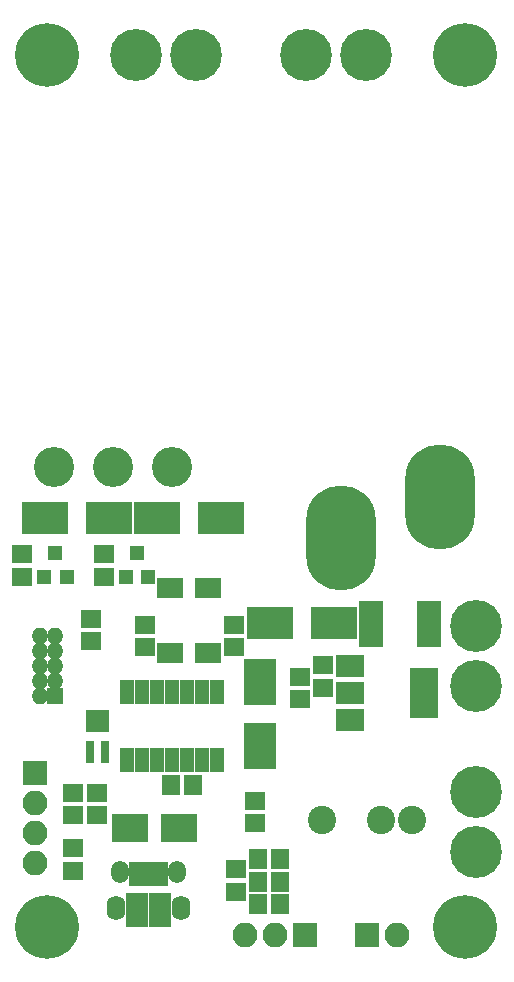
<source format=gbr>
G04 #@! TF.FileFunction,Soldermask,Top*
%FSLAX46Y46*%
G04 Gerber Fmt 4.6, Leading zero omitted, Abs format (unit mm)*
G04 Created by KiCad (PCBNEW 4.0.5-e0-6337~49~ubuntu16.04.1) date Sun Mar 26 23:32:04 2017*
%MOMM*%
%LPD*%
G01*
G04 APERTURE LIST*
%ADD10C,0.100000*%
%ADD11C,5.400000*%
%ADD12R,2.700000X3.900000*%
%ADD13R,3.900000X2.700000*%
%ADD14R,3.050000X2.430000*%
%ADD15R,2.100000X2.100000*%
%ADD16O,2.100000X2.100000*%
%ADD17R,0.800000X2.050000*%
%ADD18O,1.500000X1.900000*%
%ADD19O,1.600000X2.100000*%
%ADD20R,1.830000X2.900000*%
%ADD21R,1.200000X1.300000*%
%ADD22R,2.400000X4.200000*%
%ADD23R,2.400000X1.900000*%
%ADD24R,0.800000X1.900000*%
%ADD25C,4.400000*%
%ADD26R,2.000000X3.900000*%
%ADD27R,1.700000X1.500000*%
%ADD28R,1.500000X1.700000*%
%ADD29R,1.400000X1.400000*%
%ADD30O,1.400000X1.400000*%
%ADD31R,2.300000X1.700000*%
%ADD32R,1.200000X2.100000*%
%ADD33C,2.400000*%
%ADD34C,3.400000*%
%ADD35O,5.900000X8.900000*%
G04 APERTURE END LIST*
D10*
D11*
X137400000Y-52800000D03*
X137400000Y-126600000D03*
X102000000Y-126600000D03*
D12*
X120000000Y-105900000D03*
X120000000Y-111300000D03*
D13*
X120900000Y-100900000D03*
X126300000Y-100900000D03*
X107200000Y-92000000D03*
X101800000Y-92000000D03*
X111300000Y-92000000D03*
X116700000Y-92000000D03*
D14*
X109010000Y-118200000D03*
X113190000Y-118200000D03*
D15*
X101000000Y-113600000D03*
D16*
X101000000Y-116140000D03*
X101000000Y-118680000D03*
X101000000Y-121220000D03*
D17*
X109300000Y-122100000D03*
X109950000Y-122100000D03*
X110600000Y-122100000D03*
X111250000Y-122100000D03*
X111900000Y-122100000D03*
D18*
X108180000Y-121980000D03*
X113020000Y-121980000D03*
D19*
X107870000Y-124980000D03*
X113330000Y-124980000D03*
D20*
X109640000Y-125220000D03*
X111560000Y-125220000D03*
D15*
X123800000Y-127300000D03*
D16*
X121260000Y-127300000D03*
X118720000Y-127300000D03*
D15*
X129100000Y-127300000D03*
D16*
X131640000Y-127300000D03*
D21*
X101750000Y-97000000D03*
X103650000Y-97000000D03*
X102700000Y-95000000D03*
X108650000Y-97000000D03*
X110550000Y-97000000D03*
X109600000Y-95000000D03*
D22*
X133950000Y-106800000D03*
D23*
X127650000Y-106800000D03*
X127650000Y-109100000D03*
X127650000Y-104500000D03*
D24*
X106900000Y-109170000D03*
X106250000Y-109170000D03*
X105600000Y-109170000D03*
X105600000Y-111830000D03*
X106900000Y-111830000D03*
D25*
X138300000Y-106200000D03*
X138300000Y-101120000D03*
X138300000Y-120300000D03*
X138300000Y-115220000D03*
X129000000Y-52800000D03*
X123920000Y-52800000D03*
X114600000Y-52800000D03*
X109520000Y-52800000D03*
D26*
X134340000Y-101000000D03*
X129460000Y-101000000D03*
D27*
X106200000Y-115250000D03*
X106200000Y-117150000D03*
X104200000Y-115250000D03*
X104200000Y-117150000D03*
X123400000Y-107350000D03*
X123400000Y-105450000D03*
D28*
X114350000Y-114600000D03*
X112450000Y-114600000D03*
D27*
X125400000Y-106350000D03*
X125400000Y-104450000D03*
X117800000Y-101050000D03*
X117800000Y-102950000D03*
X110300000Y-101050000D03*
X110300000Y-102950000D03*
D28*
X119850000Y-122800000D03*
X121750000Y-122800000D03*
D27*
X105750000Y-102450000D03*
X105750000Y-100550000D03*
X119600000Y-117850000D03*
X119600000Y-115950000D03*
X99900000Y-95050000D03*
X99900000Y-96950000D03*
X106800000Y-96950000D03*
X106800000Y-95050000D03*
D29*
X102640000Y-107040000D03*
D30*
X101370000Y-107040000D03*
X102640000Y-105770000D03*
X101370000Y-105770000D03*
X102640000Y-104500000D03*
X101370000Y-104500000D03*
X102640000Y-103230000D03*
X101370000Y-103230000D03*
X102640000Y-101960000D03*
X101370000Y-101960000D03*
D11*
X102000000Y-52800000D03*
D31*
X115610000Y-103450000D03*
X115605000Y-97950000D03*
X112405000Y-97950000D03*
X112405000Y-103450000D03*
D32*
X116400000Y-106720000D03*
X115130000Y-106720000D03*
X113860000Y-106720000D03*
X112590000Y-106720000D03*
X111320000Y-106720000D03*
X110050000Y-106720000D03*
X108780000Y-106720000D03*
X108780000Y-112480000D03*
X110050000Y-112480000D03*
X111320000Y-112480000D03*
X112590000Y-112480000D03*
X113860000Y-112480000D03*
X115130000Y-112480000D03*
X116400000Y-112480000D03*
D28*
X121750000Y-124700000D03*
X119850000Y-124700000D03*
D27*
X104200000Y-119950000D03*
X104200000Y-121850000D03*
X118000000Y-121750000D03*
X118000000Y-123650000D03*
D28*
X121750000Y-120900000D03*
X119850000Y-120900000D03*
D33*
X130290000Y-117600000D03*
X132889840Y-117600000D03*
X125290160Y-117600000D03*
D34*
X102600000Y-87700000D03*
X107600000Y-87700000D03*
X112600000Y-87700000D03*
D35*
X126900000Y-93700000D03*
X135300000Y-90200000D03*
M02*

</source>
